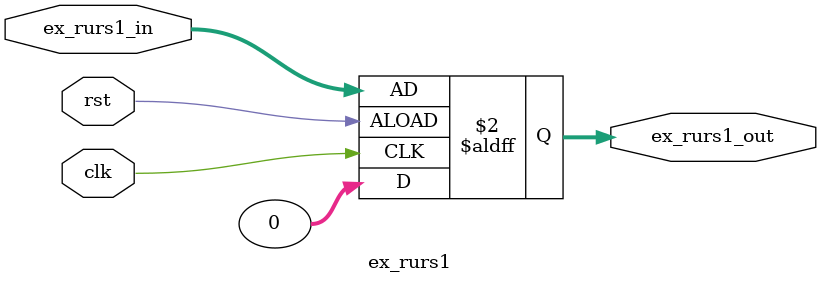
<source format=sv>
module ex_rurs1(
    input logic clk,
    input logic rst,
    input logic [31:0] ex_rurs1_in = 32'b0, 
    output logic [31:0] ex_rurs1_out
     
);

    always_ff @(posedge clk or negedge rst) begin
        if (rst) begin
            ex_rurs1_out <= 32'b0; 
        end else begin
            ex_rurs1_out <= ex_rurs1_in; 
        end
    end
endmodule
</source>
